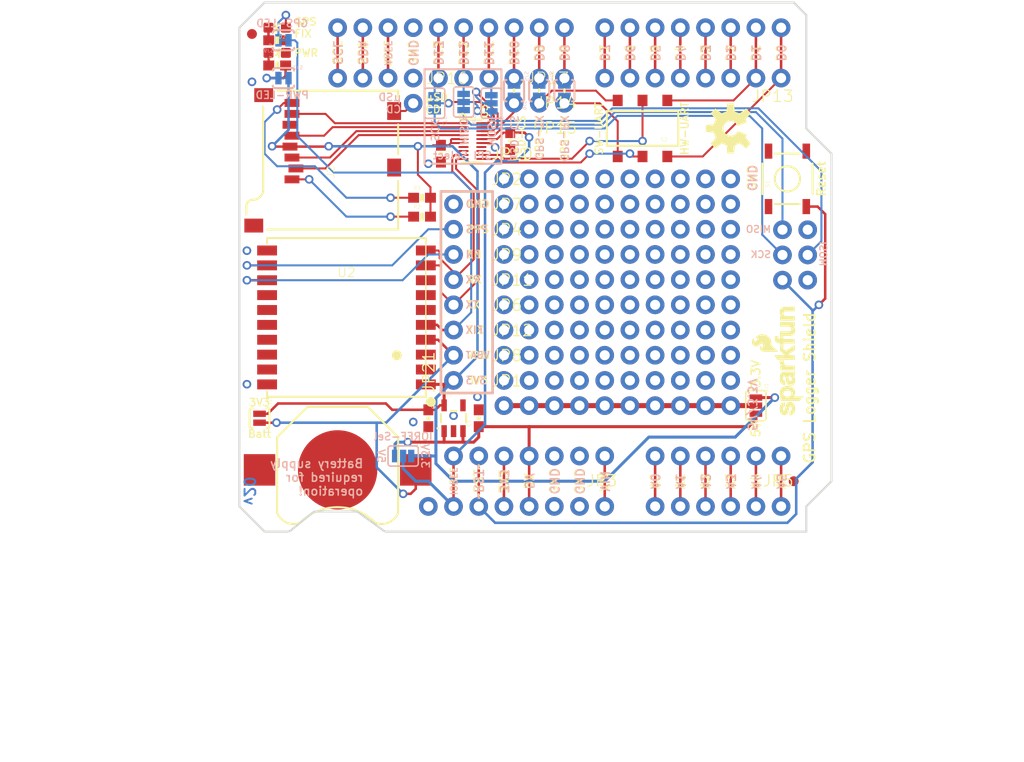
<source format=kicad_pcb>
(kicad_pcb (version 20211014) (generator pcbnew)
  (layers (0 "F.Cu" signal) (31 "B.Cu" signal) (34 "B.Paste" user) (35 "F.Paste" user) (36 "B.SilkS" user "B.Silkscreen") (37 "F.SilkS" user "F.Silkscreen") (38 "B.Mask" user) (39 "F.Mask" user) (44 "Edge.Cuts" user))
  (net 0 "")
  (net 1 "RX")
  (net 2 "TX")
  (net 3 "GND")
  (net 4 "3.3V")
  (net 5 "5V")
  (net 6 "PPS")
  (net 7 "HW_RX")
  (net 8 "HW_TX")
  (net 9 "N$1")
  (net 10 "N$121")
  (net 11 "N$122")
  (net 12 "D8_SW_RX")
  (net 13 "D9_SW_TX")
  (net 14 "D10")
  (net 15 "D11")
  (net 16 "D12")
  (net 17 "D13")
  (net 18 "IOREF")
  (net 19 "V_BATT")
  (net 20 "CD")
  (net 21 "SD_MISO")
  (net 22 "SD_SCK")
  (net 23 "SD_MOSI")
  (net 24 "~{SD_CS}")
  (net 25 "GPS_RX")
  (net 26 "GPS_TX")
  (net 27 "GPS_FIX")
  (net 28 "GPS_RST")
  (net 29 "N$5")
  (net 30 "N$6")
  (net 31 "N$7")
  (net 32 "N$8")
  (net 33 "N$9")
  (net 34 "N$10")
  (net 35 "N$20")
  (net 36 "N$21")
  (net 37 "N$22")
  (net 38 "~{RESET}")
  (net 39 "3.3VIN")
  (net 40 "N$24")
  (net 41 "N$3")
  (net 42 "N$4")
  (net 43 "N$11")
  (net 44 "N$12")
  (net 45 "N$13")
  (net 46 "N$14")
  (net 47 "ICSP_MISO")
  (net 48 "ICSP_SCK")
  (net 49 "ICSP_MOSI")
  (net 50 "HV_MOSI")
  (net 51 "HV_MISO")
  (net 52 "HV_SCK")
  (net 53 "HV_CS")
  (net 54 "N$15")
  (net 55 "N$2")
  (net 56 "N$17")
  (net 57 "N$16")
  (net 58 "N$18")
  (net 59 "N$19")
  (footprint "boardEagle:FIDUCIAL-1X2" (layer "F.Cu") (at 119.9261 81.508599 -90)
    (fp_text reference "JP19" hide)
    (fp_text value "FIDUCIAL1X2" hide)
  )
  (footprint "boardEagle:PAD-JUMPER-3-2OF3_NC_BY_PASTE_YES_SILK_FULL_BOX" (layer "F.Cu") (at 170.7261 118.973599 -90)
    (fp_text reference "SJ1")
    (fp_text value "")
  )
  (footprint "boardEagle:1X10_NO_SILK" (layer "F.Cu") (at 145.3261 111.353599)
    (fp_text reference "JP6")
    (fp_text value "")
  )
  (footprint "boardEagle:0603-RES" (layer "F.Cu") (at 137.0711 99.923599)
    (fp_text reference "R2")
    (fp_text value "100k")
  )
  (footprint "boardEagle:1X06_NO_SILK" (layer "F.Cu") (at 173.2661 124.053599 180)
    (fp_text reference "JP5")
    (fp_text value "")
  )
  (footprint "boardEagle:1X08_NO_SILK" (layer "F.Cu") (at 140.2461 116.433599 90)
    (fp_text reference "JP21")
    (fp_text value "")
  )
  (footprint "boardEagle:1X02_NO_SILK" (layer "F.Cu") (at 151.4221 88.493599 180)
    (fp_text reference "JP15")
    (fp_text value "")
  )
  (footprint "boardEagle:UFDFN-20" (layer "F.Cu") (at 142.1511 92.303599 -90)
    (fp_text reference "U3")
    (fp_text value "TXB0108")
  )
  (footprint "boardEagle:SOT23-5" (layer "F.Cu") (at 140.2461 120.243599)
    (fp_text reference "U1")
    (fp_text value "APK2112-3.3V")
  )
  (footprint "boardEagle:0603-RES" (layer "F.Cu") (at 122.4661 84.683599)
    (fp_text reference "R1")
    (fp_text value "1K")
  )
  (footprint "boardEagle:1X08_NO_SILK" (layer "F.Cu") (at 173.2661 85.953599 180)
    (fp_text reference "JP13")
    (fp_text value "")
  )
  (footprint "boardEagle:OSHW-LOGO-M" (layer "F.Cu") (at 168.1861 91.033599 90)
    (fp_text reference "LOGO1" hide)
    (fp_text value "OSHW-LOGOM" hide)
  )
  (footprint "boardEagle:GP3906-TLP" (layer "F.Cu") (at 129.4511 110.083599)
    (fp_text reference "U2")
    (fp_text value "GP3906-TLP")
  )
  (footprint "boardEagle:0603-CAP" (layer "F.Cu") (at 142.7861 120.243599 90)
    (fp_text reference "C1")
    (fp_text value "1.0uF")
  )
  (footprint "boardEagle:1X01_NO_SILK" (layer "F.Cu") (at 146.3421 88.493599)
    (fp_text reference "JP17")
    (fp_text value "")
  )
  (footprint "boardEagle:1X10_NO_SILK" (layer "F.Cu") (at 145.3261 103.733599)
    (fp_text reference "JP4")
    (fp_text value "")
  )
  (footprint "boardEagle:AYZ0202" (layer "F.Cu") (at 159.2961 91.033599 180)
    (fp_text reference "S2")
    (fp_text value "DPDT")
  )
  (footprint "boardEagle:PAD-JUMPER-2-NO_YES_SILK" (layer "F.Cu") (at 120.6881 120.243599 -90)
    (fp_text reference "SJ11")
    (fp_text value "VBAT-3.3V")
  )
  (footprint "boardEagle:1X10_NO_SILK" (layer "F.Cu") (at 145.3261 116.433599)
    (fp_text reference "JP8")
    (fp_text value "")
  )
  (footprint "boardEagle:CREATIVE_COMMONS" (layer "F.Cu") (at 114.8461 151.993599)
    (fp_text reference "FRAME1" hide)
    (fp_text value "FRAME-LETTER" hide)
  )
  (footprint "boardEagle:1X01_NO_SILK" (layer "F.Cu") (at 136.1821 88.493599)
    (fp_text reference "JP16")
    (fp_text value "")
  )
  (footprint "boardEagle:1X10_NO_SILK" (layer "F.Cu") (at 145.3261 96.113599)
    (fp_text reference "JP10")
    (fp_text value "")
  )
  (footprint "boardEagle:1X10_NO_SILK" (layer "F.Cu") (at 145.3261 113.893599)
    (fp_text reference "JP12")
    (fp_text value "")
  )
  (footprint "boardEagle:1X10_NO_SILK" (layer "F.Cu") (at 145.3261 106.273599)
    (fp_text reference "JP9")
    (fp_text value "")
  )
  (footprint "boardEagle:0603-RES" (layer "F.Cu") (at 137.0711 98.018599)
    (fp_text reference "R3")
    (fp_text value "100k")
  )
  (footprint "boardEagle:0603-RES" (layer "F.Cu") (at 122.4661 82.143599 180)
    (fp_text reference "R4")
    (fp_text value "330")
  )
  (footprint "boardEagle:TACTILE-SWITCH-SMD" (layer "F.Cu") (at 173.9011 96.113599 90)
    (fp_text reference "S1")
    (fp_text value "Reset")
  )
  (footprint "boardEagle:FIDUCIAL-1X2" (layer "F.Cu") (at 174.5361 126.593599 -90)
    (fp_text reference "JP20" hide)
    (fp_text value "FIDUCIAL1X2" hide)
  )
  (footprint "boardEagle:1X10_NO_SILK" (layer "F.Cu") (at 145.3261 98.653599)
    (fp_text reference "JP2")
    (fp_text value "")
  )
  (footprint "boardEagle:BATTCON_12MM" (layer "F.Cu") (at 128.5621 125.450599 180)
    (fp_text reference "BAT1" hide)
    (fp_text value "12mm" hide)
  )
  (footprint "boardEagle:1X10_NO_SILK" (layer "F.Cu") (at 145.3261 101.193599)
    (fp_text reference "JP7")
    (fp_text value "")
  )
  (footprint "boardEagle:1X10_NO_SILK" (layer "F.Cu") (at 151.4221 85.953599 180)
    (fp_text reference "JP14")
    (fp_text value "")
  )
  (footprint "boardEagle:SFE_LOGO_NAME_FLAME_.1" (layer "F.Cu") (at 175.5521 120.370599 90)
    (fp_text reference "LOGO2" hide)
    (fp_text value "SFE_LOGO_NAME_FLAME.1_INCH" hide)
  )
  (footprint "boardEagle:LED-0603" (layer "F.Cu") (at 122.4661 83.413599 -90)
    (fp_text reference "D1")
    (fp_text value "RED")
  )
  (footprint "boardEagle:UNO_R3_SHIELD_ICSP_NOLABELS" (layer "F.Cu") (at 118.6561 78.333599 -90)
    (fp_text reference "J1" hide)
    (fp_text value "ARDUINO_R3_SHIELD" hide)
  )
  (footprint "boardEagle:0603-CAP" (layer "F.Cu") (at 137.7061 120.243599 -90)
    (fp_text reference "C2")
    (fp_text value "1.0uF")
  )
  (footprint "boardEagle:0603-CAP" (layer "F.Cu") (at 138.9761 93.573599 -90)
    (fp_text reference "C4")
    (fp_text value "0.1uF")
  )
  (footprint "boardEagle:1X10_NO_SILK" (layer "F.Cu") (at 145.3261 108.813599)
    (fp_text reference "JP11")
    (fp_text value "")
  )
  (footprint "boardEagle:MICRO-SD-SOCKET-PP" (layer "F.Cu") (at 134.6581 87.223599 90)
    (fp_text reference "J2")
    (fp_text value "USD_CONNECTOR")
  )
  (footprint "boardEagle:1X10_NO_SILK" (layer "F.Cu") (at 145.3261 118.973599)
    (fp_text reference "JP1")
    (fp_text value "")
  )
  (footprint "boardEagle:LED-0603" (layer "F.Cu") (at 122.4661 80.873599 90)
    (fp_text reference "D2")
    (fp_text value "BLUE")
  )
  (footprint "boardEagle:1X07_NO_SILK" (layer "F.Cu") (at 155.4861 124.053599 180)
    (fp_text reference "JP3")
    (fp_text value "")
  )
  (footprint "boardEagle:0603-CAP" (layer "F.Cu") (at 145.9611 92.303599 -90)
    (fp_text reference "C3")
    (fp_text value "0.1uF")
  )
  (footprint "boardEagle:PAD-JUMPER-2-NC_BY_TRACE_YES_SILK" (layer "B.Cu") (at 146.3421 87.223599 90)
    (fp_text reference "SJ6")
    (fp_text value "CS")
  )
  (footprint "boardEagle:PAD-JUMPER-2-NC_BY_TRACE_YES_SILK" (layer "B.Cu") (at 123.1011 82.143599)
    (fp_text reference "SJ9")
    (fp_text value "GPS-LED")
  )
  (footprint "boardEagle:PAD-JUMPER-2-NC_BY_TRACE_YES_SILK" (layer "B.Cu") (at 151.4221 87.223599 -90)
    (fp_text reference "SJ4")
    (fp_text value "D_RX" hide)
  )
  (footprint "boardEagle:PAD-JUMPER-3-3OF3_NC_BY_TRACE_YES_SILK_FULL_BOX" (layer "B.Cu") (at 138.3411 88.493599 90)
    (fp_text reference "SJ7")
    (fp_text value "uSD-SCK")
  )
  (footprint "boardEagle:PAD-JUMPER-3-3OF3_NC_BY_TRACE_YES_SILK_FULL_BOX" (layer "B.Cu") (at 141.2621 88.366599 90)
    (fp_text reference "SJ8")
    (fp_text value "uSD-MISO")
  )
  (footprint "boardEagle:PAD-JUMPER-3-NO_YES_SILK" (layer "B.Cu") (at 135.1661 124.053599 180)
    (fp_text reference "SJ3")
    (fp_text value "IOREF")
  )
  (footprint "boardEagle:PAD-JUMPER-2-NC_BY_TRACE_YES_SILK" (layer "B.Cu") (at 148.8821 87.223599 -90)
    (fp_text reference "SJ5")
    (fp_text value "D_TX" hide)
  )
  (footprint "boardEagle:PAD-JUMPER-3-3OF3_NC_BY_TRACE_YES_SILK_FULL_BOX" (layer "B.Cu") (at 144.0561 88.493599 90)
    (fp_text reference "SJ10")
    (fp_text value "uSD-MOSI")
  )
  (footprint "boardEagle:PAD-JUMPER-2-NC_BY_TRACE_YES_SILK" (layer "B.Cu") (at 123.1011 85.953599 180)
    (fp_text reference "SJ2")
    (fp_text value "PWR-LED")
  )
  (gr_line (start 138.9761 97.383599) (end 144.1831 97.383599) (layer "B.SilkS") (width 0.254))
  (gr_line (start 145.0721 94.589599) (end 145.0721 85.064599) (layer "B.SilkS") (width 0.2032))
  (gr_line (start 145.0721 85.064599) (end 137.3251 85.064599) (layer "B.SilkS") (width 0.2032))
  (gr_line (start 144.1831 97.383599) (end 144.1831 117.703599) (layer "B.SilkS") (width 0.254))
  (gr_line (start 137.3251 85.064599) (end 137.3251 94.589599) (layer "B.SilkS") (width 0.2032))
  (gr_line (start 138.9761 117.703599) (end 138.9761 97.383599) (layer "B.SilkS") (width 0.254))
  (gr_line (start 144.1831 117.703599) (end 138.9761 117.703599) (layer "B.SilkS") (width 0.254))
  (gr_line (start 137.3251 94.589599) (end 145.0721 94.589599) (layer "B.SilkS") (width 0.2032))
  (gr_line (start 138.9761 117.703599) (end 144.1831 117.703599) (layer "F.SilkS") (width 0.254))
  (gr_line (start 148.8821 87.096599) (end 148.8821 87.350599) (layer "F.SilkS") (width 0.254))
  (gr_line (start 144.1831 97.383599) (end 138.9761 97.383599) (layer "F.SilkS") (width 0.254))
  (gr_line (start 144.1831 117.703599) (end 144.1831 97.383599) (layer "F.SilkS") (width 0.254))
  (gr_line (start 146.3421 87.096599) (end 146.3421 87.350599) (layer "F.SilkS") (width 0.254))
  (gr_line (start 138.9761 97.383599) (end 138.9761 117.703599) (layer "F.SilkS") (width 0.254))
  (gr_line (start 151.4221 87.096599) (end 151.4221 87.350599) (layer "F.SilkS") (width 0.254))
  (gr_line (start 178.3461 93.573599) (end 178.3461 126.593599) (layer "Edge.Cuts") (width 0.2032))
  (gr_line (start 133.075112 131.487612) (end 130.780087 129.827587) (layer "Edge.Cuts") (width 0.2032))
  (gr_line (start 130.331075 129.641599) (end 126.412125 129.641599) (layer "Edge.Cuts") (width 0.2032))
  (gr_line (start 174.5361 78.333599) (end 175.8061 79.603599) (layer "Edge.Cuts") (width 0.2032))
  (gr_line (start 121.1961 131.673599) (end 118.6561 129.133599) (layer "Edge.Cuts") (width 0.2032))
  (gr_line (start 175.8061 131.673599) (end 133.524125 131.673599) (layer "Edge.Cuts") (width 0.2032))
  (gr_arc (start 133.524125 131.673599) (mid 133.281122 131.625263) (end 133.075113 131.487613) (layer "Edge.Cuts") (width 0.2032))
  (gr_line (start 125.963112 129.827587) (end 123.922087 131.487612) (layer "Edge.Cuts") (width 0.2032))
  (gr_line (start 118.6561 129.133599) (end 118.6561 80.873599) (layer "Edge.Cuts") (width 0.2032))
  (gr_line (start 123.473075 131.673599) (end 121.1961 131.673599) (layer "Edge.Cuts") (width 0.2032))
  (gr_line (start 178.3461 126.593599) (end 175.8061 129.133599) (layer "Edge.Cuts") (width 0.2032))
  (gr_line (start 175.8061 129.133599) (end 175.8061 131.673599) (layer "Edge.Cuts") (width 0.2032))
  (gr_arc (start 123.922087 131.487612) (mid 123.716079 131.625263) (end 123.473075 131.6736) (layer "Edge.Cuts") (width 0.2032))
  (gr_arc (start 130.331074 129.641599) (mid 130.574078 129.689936) (end 130.780087 129.827587) (layer "Edge.Cuts") (width 0.2032))
  (gr_line (start 175.8061 79.603599) (end 175.8061 91.033599) (layer "Edge.Cuts") (width 0.2032))
  (gr_line (start 175.8061 91.033599) (end 178.3461 93.573599) (layer "Edge.Cuts") (width 0.2032))
  (gr_arc (start 125.963111 129.827586) (mid 126.16912 129.689935) (end 126.412125 129.641599) (layer "Edge.Cuts") (width 0.2032))
  (gr_line (start 121.1961 78.333599) (end 174.5361 78.333599) (layer "Edge.Cuts") (width 0.2032))
  (gr_line (start 118.6561 80.873599) (end 121.1961 78.333599) (layer "Edge.Cuts") (width 0.2032))
  (gr_text "v20" (at 119.0371 129.133599 -90) (layer "B.Cu") (effects (font (size 1.0795 1.0795) (thickness 0.1905)) (justify left bottom mirror)))
  (gr_text "5V" (at 133.3881 124.053599 -90) (layer "B.SilkS") (effects (font (size 0.75565 0.75565) (thickness 0.13335)) (justify top mirror)))
  (gr_text "MISO" (at 172.3136 101.193599) (layer "B.SilkS") (effects (font (size 0.69088 0.69088) (thickness 0.12192)) (justify left mirror)))
  (gr_text "SDA" (at 131.1021 83.413599 -90) (layer "B.SilkS") (effects (font (size 0.8636 0.8636) (thickness 0.1524)) (justify mirror)))
  (gr_text "A3" (at 168.1861 126.593599 -90) (layer "B.SilkS") (effects (font (size 0.8636 0.8636) (thickness 0.1524)) (justify mirror)))
  (gr_text "EN" (at 141.3891 103.733599) (layer "B.SilkS") (effects (font (size 0.75565 0.75565) (thickness 0.13335)) (justify right mirror)))
  (gr_text "µSD\nCD" (at 135.0391 88.493599) (layer "B.SilkS") (effects (font (size 0.75565 0.75565) (thickness 0.13335)) (justify left mirror)))
  (gr_text "MOSI" (at 177.0761 103.670099 -90) (layer "B.SilkS") (effects (font (size 0.69088 0.69088) (thickness 0.12192)) (justify bottom mirror)))
  (gr_text "GND" (at 152.9461 126.593599 -90) (layer "B.SilkS") (effects (font (size 0.8636 0.8636) (thickness 0.1524)) (justify mirror)))
  (gr_text "D9" (at 148.8821 83.413599 -90) (layer "B.SilkS") (effects (font (size 0.8636 0.8636) (thickness 0.1524)) (justify mirror)))
  (gr_text "PWR-LED" (at 122.9741 87.223599) (layer "B.SilkS") (effects (font (size 0.75565 0.75565) (thickness 0.13335)) (justify top mirror)))
  (gr_text "GPS-LED" (at 122.9741 80.873599) (layer "B.SilkS") (effects (font (size 0.75565 0.75565) (thickness 0.13335)) (justify bottom mirror)))
  (gr_text "D13" (at 138.7221 83.413599 -90) (layer "B.SilkS") (effects (font (size 0.8636 0.8636) (thickness 0.1524)) (justify mirror)))
  (gr_text "D5" (at 160.5661 83.413599 -90) (layer "B.SilkS") (effects (font (size 0.8636 0.8636) (thickness 0.1524)) (justify mirror)))
  (gr_text "D12" (at 141.2621 83.413599 -90) (layer "B.SilkS") (effects (font (size 0.8636 0.8636) (thickness 0.1524)) (justify mirror)))
  (gr_text "GPS-RX" (at 151.4221 89.636599 -90) (layer "B.SilkS") (effects (font (size 0.75565 0.75565) (thickness 0.13335)) (justify right mirror)))
  (gr_text "TX" (at 141.3891 108.813599) (layer "B.SilkS") (effects (font (size 0.75565 0.75565) (thickness 0.13335)) (justify right mirror)))
  (gr_text "A2" (at 165.6461 126.593599 -90) (layer "B.SilkS") (effects (font (size 0.8636 0.8636) (thickness 0.1524)) (justify mirror)))
  (gr_text "IOREF" (at 140.2461 126.593599 -90) (layer "B.SilkS") (effects (font (size 0.6477 0.6477) (thickness 0.1143)) (justify mirror)))
  (gr_text "D11" (at 143.8021 83.413599 -90) (layer "B.SilkS") (effects (font (size 0.8636 0.8636) (thickness 0.1524)) (justify mirror)))
  (gr_text "D8" (at 151.4221 83.413599 -90) (layer "B.SilkS") (effects (font (size 0.8636 0.8636) (thickness 0.1524)) (justify mirror)))
  (gr_text "SPI Select" (at 141.1351 93.319599) (layer "B.SilkS") (effects (font (size 0.75565 0.75565) (thickness 0.13335)) (justify top mirror)))
  (gr_text "D4" (at 163.1061 83.413599 -90) (layer "B.SilkS") (effects (font (size 0.8636 0.8636) (thickness 0.1524)) (justify mirror)))
  (gr_text "D6" (at 158.0261 83.413599 -90) (layer "B.SilkS") (effects (font (size 0.8636 0.8636) (thickness 0.1524)) (justify mirror)))
  (gr_text "SCK" (at 172.3136 103.733599) (layer "B.SilkS") (effects (font (size 0.69088 0.69088) (thickness 0.12192)) (justify left mirror)))
  (gr_text "D1" (at 170.7261 83.413599 -90) (layer "B.SilkS") (effects (font (size 0.8636 0.8636) (thickness 0.1524)) (justify mirror)))
  (gr_text "VIN" (at 155.4861 126.593599 -90) (layer "B.SilkS") (effects (font (size 0.8636 0.8636) (thickness 0.1524)) (justify mirror)))
  (gr_text "SCL" (at 128.5621 83.413599 -90) (layer "B.SilkS") (effects (font (size 0.8636 0.8636) (thickness 0.1524)) (justify mirror)))
  (gr_text "D10" (at 146.3421 83.413599 -90) (layer "B.SilkS") (effects (font (size 0.8636 0.8636) (thickness 0.1524)) (justify mirror)))
  (gr_text "A4" (at 170.7261 126.593599 -90) (layer "B.SilkS") (effects (font (size 0.8636 0.8636) (thickness 0.1524)) (justify mirror)))
  (gr_text "AREF" (at 133.6421 83.413599 -90) (layer "B.SilkS") (effects (font (size 0.69088 0.69088) (thickness 0.12192)) (justify mirror)))
  (gr_text "A1" (at 163.1061 126.593599 -90) (layer "B.SilkS") (effects (font (size 0.8636 0.8636) (thickness 0.1524)) (justify mirror)))
  (gr_text "RX" (at 141.3891 106.273599) (layer "B.SilkS") (effects (font (size 0.75565 0.75565) (thickness 0.13335)) (justify right mirror)))
  (gr_text "PPS" (at 141.3891 101.193599) (layer "B.SilkS") (effects (font (size 0.75565 0.75565) (thickness 0.13335)) (justify right mirror)))
  (gr_text "D2" (at 168.1861 83.413599 -90) (layer "B.SilkS") (effects (font (size 0.8636 0.8636) (thickness 0.1524)) (justify mirror)))
  (gr_text "GND" (at 141.3891 98.653599) (layer "B.SilkS") (effects (font (size 0.75565 0.75565) (thickness 0.13335)) (justify right mirror)))
  (gr_text "A0" (at 160.5661 126.593599 -90) (layer "B.SilkS") (effects (font (size 0.8636 0.8636) (thickness 0.1524)) (justify mirror)))
  (gr_text "5V/3.3V" (at 169.8371 118.884699 -90) (layer "B.SilkS") (effects (font (size 0.8636 0.8636) (thickness 0.1524)) (justify bottom mirror)))
  (gr_text "D0" (at 173.2661 83.413599 -90) (layer "B.SilkS") (effects (font (size 0.8636 0.8636) (thickness 0.1524)) (justify mirror)))
  (gr_text "A5" (at 173.2661 126.593599 -90) (layer "B.SilkS") (effects (font (size 0.8636 0.8636) (thickness 0.1524)) (justify mirror)))
  (gr_text "MOSI" (at 144.0561 90.017599 -90) (layer "B.SilkS") (effects (font (size 0.75565 0.75565) (thickness 0.13335)) (justify right mirror)))
  (gr_text "~RST~" (at 142.7861 126.593599 -90) (layer "B.SilkS") (effects (font (size 0.8636 0.8636) (thickness 0.1524)) (justify mirror)))
  (gr_text "D3" (at 165.6461 83.413599 -90) (layer "B.SilkS") (effects (font (size 0.8636 0.8636) (thickness 0.1524)) (justify mirror)))
  (gr_text "VBAT" (at 141.3891 113.893599) (layer "B.SilkS") (effects (font (size 0.69088 0.69088) (thickness 0.12192)) (justify right mirror)))
  (gr_text "Battery supply\nrequired for\noperation!" (at 131.2291 124.307599) (layer "B.SilkS") (effects (font (size 0.8636 0.8636) (thickness 0.1524)) (justify left top mirror)))
  (gr_text "SCK" (at 138.3411 90.017599 -90) (layer "B.SilkS") (effects (font (size 0.75565 0.75565) (thickness 0.13335)) (justify right mirror)))
  (gr_text "FIX" (at 141.3891 111.353599) (layer "B.SilkS") (effects (font (size 0.75565 0.75565) (thickness 0.13335)) (justify right mirror)))
  (gr_text "MISO" (at 141.2621 89.890599 -90) (layer "B.SilkS") (effects (font (size 0.75565 0.75565) (thickness 0.13335)) (justify right mirror)))
  (gr_text "GND" (at 169.8371 96.024699 -90) (layer "B.SilkS") (effects (font (size 0.8636 0.8636) (thickness 0.1524)) (justify bottom mirror)))
  (gr_text "D7" (at 155.4861 83.413599 -90) (layer "B.SilkS") (effects (font (size 0.8636 0.8636) (thickness 0.1524)) (justify mirror)))
  (gr_text "GND" (at 136.1821 83.413599 -90) (layer "B.SilkS") (effects (font (size 0.8636 0.8636) (thickness 0.1524)) (justify mirror)))
  (gr_text "3V3" (at 145.3261 126.593599 -90) (layer "B.SilkS") (effects (font (size 0.8636 0.8636) (thickness 0.1524)) (justify mirror)))
  (gr_text "µSD-CS" (at 146.3421 89.636599 -90) (layer "B.SilkS") (effects (font (size 0.75565 0.75565) (thickness 0.13335)) (justify right mirror)))
  (gr_text "3.3V" (at 136.9441 124.053599 -90) (layer "B.SilkS") (effects (font (size 0.75565 0.75565) (thickness 0.13335)) (justify bottom mirror)))
  (gr_text "IOREF-Sel" (at 135.1661 122.529599) (layer "B.SilkS") (effects (font (size 0.75565 0.75565) (thickness 0.13335)) (justify bottom mirror)))
  (gr_text "5V" (at 147.8661 126.593599 -90) (layer "B.SilkS") (effects (font (size 0.8636 0.8636) (thickness 0.1524)) (justify mirror)))
  (gr_text "GPS-TX" (at 148.8821 89.636599 -90) (layer "B.SilkS") (effects (font (size 0.75565 0.75565) (thickness 0.13335)) (justify right mirror)))
  (gr_text "3V3" (at 141.3891 116.433599) (layer "B.SilkS") (effects (font (size 0.75565 0.75565) (thickness 0.13335)) (justify right mirror)))
  (gr_text "GND" (at 150.4061 126.593599 -90) (layer "B.SilkS") (effects (font (size 0.8636 0.8636) (thickness 0.1524)) (justify mirror)))
  (gr_text "GND" (at 141.5161 98.653599) (layer "F.SilkS") (effects (font (size 0.75565 0.75565) (thickness 0.13335)) (justify left)))
  (gr_text "PPS" (at 141.5161 101.193599) (layer "F.SilkS") (effects (font (size 0.75565 0.75565) (thickness 0.13335)) (justify left)))
  (gr_text "HW-UART" (at 163.1061 91.033599 90) (layer "F.SilkS") (effects (font (size 0.75565 0.75565) (thickness 0.13335)) (justify top)))
  (gr_text "SCL" (at 128.5621 83.413599 90) (layer "F.SilkS") (effects (font (size 0.8636 0.8636) (thickness 0.1524))))
  (gr_text "VBAT" (at 141.5161 113.893599) (layer "F.SilkS") (effects (font (size 0.69088 0.69088) (thickness 0.12192)) (justify left)))
  (gr_text "µSD-CS" (at 147.1041 89.636599 90) (layer "F.SilkS") (effects (font (size 0.75565 0.75565) (thickness 0.13335)) (justify right)))
  (gr_text "D0" (at 173.2661 83.413599 90) (layer "F.SilkS") (effects (font (size 0.8636 0.8636) (thickness 0.1524))))
  (gr_text "A3" (at 168.1861 126.593599 90) (layer "F.SilkS") (effects (font (size 0.8636 0.8636) (thickness 0.1524))))
  (gr_text "3V3" (at 120.6881 119.100599) (layer "F.SilkS") (effects (font (size 0.75565 0.75565) (thickness 0.13335)) (justify bottom)))
  (gr_text "D4" (at 163.1061 83.413599 90) (layer "F.SilkS") (effects (font (size 0.8636 0.8636) (thickness 0.1524))))
  (gr_text "AREF" (at 133.6421 83.413599 90) (layer "F.SilkS") (effects (font (size 0.69088 0.69088) (thickness 0.12192))))
  (gr_text "D7" (at 155.4861 83.413599 90) (layer "F.SilkS") (effects (font (size 0.8636 0.8636) (thickness 0.1524))))
  (gr_text "FIX" (at 141.5161 111.353599) (layer "F.SilkS") (effects (font (size 0.75565 0.75565) (thickness 0.13335)) (justify left)))
  (gr_text "3V3" (at 141.5161 116.433599) (layer "F.SilkS") (effects (font (size 0.75565 0.75565) (thickness 0.13335)) (justify left)))
  (gr_text "GND" (at 152.9461 126.593599 90) (layer "F.SilkS") (effects (font (size 0.8636 0.8636) (thickness 0.1524))))
  (gr_text "GND" (at 136.1821 83.413599 90) (layer "F.SilkS") (effects (font (size 0.8636 0.8636) (thickness 0.1524))))
  (gr_text "A0" (at 160.5661 126.593599 90) (layer "F.SilkS") (effects (font (size 0.8636 0.8636) (thickness 0.1524))))
  (gr_text "Batt" (at 120.6881 121.386599) (layer "F.SilkS") (effects (font (size 0.75565 0.75565) (thickness 0.13335)) (justify top)))
  (gr_text "D9" (at 148.8821 83.413599 90) (layer "F.SilkS") (effects (font (size 0.8636 0.8636) (thickness 0.1524))))
  (gr_text "D5" (at 160.5661 83.413599 90) (layer "F.SilkS") (effects (font (size 0.8636 0.8636) (thickness 0.1524))))
  (gr_text "D11" (at 143.8021 83.413599 90) (layer "F.SilkS") (effects (font (size 0.8636 0.8636) (thickness 0.1524))))
  (gr_text "GPS-RX" (at 151.4221 89.636599 90) (layer "F.SilkS") (effects (font (size 0.75565 0.75565) (thickness 0.13335)) (justify right)))
  (gr_text "5V" (at 170.7261 120.497599 90) (layer "F.SilkS") (effects (font (size 0.8636 0.8636) (thickness 0.1524)) (justify right)))
  (gr_text "3V3" (at 145.3261 126.593599 90) (layer "F.SilkS") (effects (font (size 0.8636 0.8636) (thickness 0.1524))))
  (gr_text "5V" (at 147.8661 126.593599 90) (layer "F.SilkS") (effects (font (size 0.8636 0.8636) (thickness 0.1524))))
  (gr_text "~RST~" (at 142.7861 126.593599 90) (layer "F.SilkS") (effects (font (size 0.8636 0.8636) (thickness 0.1524))))
  (gr_text "A4" (at 170.7261 126.593599 90) (layer "F.SilkS") (effects (font (size 0.8636 0.8636) (thickness 0.1524))))
  (gr_text "VIN" (at 155.4861 126.593599 90) (layer "F.SilkS") (effects (font (size 0.8636 0.8636) (thickness 0.1524))))
  (gr_text "D8" (at 151.4221 83.413599 90) (layer "F.SilkS") (effects (font (size 0.8636 0.8636) (thickness 0.1524))))
  (gr_text "Reset" (at 176.8221 96.113599 90) (layer "F.SilkS") (effects (font (size 0.8636 0.8636) (thickness 0.1524)) (justify top)))
  (gr_text "D6" (at 158.0261 83.413599 90) (layer "F.SilkS") (effects (font (size 0.8636 0.8636) (thickness 0.1524))))
  (gr_text "µSD\nCD" (at 137.3251 88.493599) (layer "F.SilkS") (effects (font (size 0.75565 0.75565) (thickness 0.13335)) (justify left)))
  (gr_text "SDA" (at 131.1021 83.413599 90) (layer "F.SilkS") (effects (font (size 0.8636 0.8636) (thickness 0.1524))))
  (gr_text "RX" (at 141.5161 106.273599) (layer "F.SilkS") (effects (font (size 0.75565 0.75565) (thickness 0.13335)) (justify left)))
  (gr_text "D13" (at 138.7221 83.413599 90) (layer "F.SilkS") (effects (font (size 0.8636 0.8636) (thickness 0.1524))))
  (gr_text "GPS Logger Shield" (at 175.5013 117.195599 90) (layer "F.SilkS") (effects (font (size 1.0795 1.0795) (thickness 0.1905)) (justify top)))
  (gr_text "EN" (at 141.5161 103.733599) (layer "F.SilkS") (effects (font (size 0.75565 0.75565) (thickness 0.13335)) (justify left)))
  (gr_text "D2" (at 168.1861 83.413599 90) (layer "F.SilkS") (effects (font (size 0.8636 0.8636) (thickness 0.1524))))
  (gr_text "GND" (at 169.8371 96.011999 90) (layer "F.SilkS") (effects (font (size 0.8636 0.8636) (thickness 0.1524)) (justify top)))
  (gr_text "GPS\nFIX" (at 124.1171 80.873599) (layer "F.SilkS") (effects (font (size 0.75565 0.75565) (thickness 0.13335)) (justify left)))
  (gr_text "PWR" (at 124.1171 83.413599) (layer "F.SilkS") (effects (font (size 0.75565 0.75565) (thickness 0.13335)) (justify left)))
  (gr_text "GND" (at 150.4061 126.593599 90) (layer "F.SilkS") (effects (font (size 0.8636 0.8636) (thickness 0.1524))))
  (gr_text "A1" (at 163.1061 126.593599 90) (layer "F.SilkS") (effects (font (size 0.8636 0.8636) (thickness 0.1524))))
  (gr_text "D12" (at 141.2621 83.413599 90) (layer "F.SilkS") (effects (font (size 0.8636 0.8636) (thickness 0.1524))))
  (gr_text "D1" (at 170.7261 83.413599 90) (layer "F.SilkS") (effects (font (size 0.8636 0.8636) (thickness 0.1524))))
  (gr_text "A2" (at 165.6461 126.593599 90) (layer "F.SilkS") (effects (font (size 0.8636 0.8636) (thickness 0.1524))))
  (gr_text "D3" (at 165.6461 83.413599 90) (layer "F.SilkS") (effects (font (size 0.8636 0.8636) (thickness 0.1524))))
  (gr_text "SW-UART" (at 155.3591 91.033599 90) (layer "F.SilkS") (effects (font (size 0.75565 0.75565) (thickness 0.13335)) (justify bottom)))
  (gr_text "TX" (at 141.5161 108.813599) (layer "F.SilkS") (effects (font (size 0.75565 0.75565) (thickness 0.13335)) (justify left)))
  (gr_text "D10" (at 146.3421 83.413599 90) (layer "F.SilkS") (effects (font (size 0.8636 0.8636) (thickness 0.1524))))
  (gr_text "GPS-TX" (at 148.8821 89.636599 90) (layer "F.SilkS") (effects (font (size 0.75565 0.75565) (thickness 0.13335)) (justify right)))
  (gr_text "3.3V" (at 170.7261 117.271799 90) (layer "F.SilkS") (effects (font (size 0.8636 0.8636) (thickness 0.1524)) (justify left)))
  (gr_text "A5" (at 173.2661 126.593599 90) (layer "F.SilkS") (effects (font (size 0.8636 0.8636) (thickness 0.1524))))
  (gr_text "IOREF" (at 140.2461 126.593599 90) (layer "F.SilkS") (effects (font (size 0.6477 0.6477) (thickness 0.1143))))
  (segment (start 144.9481 93.703599) (end 145.3261 94.081599) (width 0.2032) (layer "F.Cu") (net 1))
  (segment (start 152.1841 94.081599) (end 153.9621 92.303599) (width 0.2032) (layer "F.Cu") (net 1))
  (segment (start 145.3261 94.081599) (end 152.1841 94.081599) (width 0.2032) (layer "F.Cu") (net 1))
  (segment (start 143.0511 93.703599) (end 144.9481 93.703599) (width 0.2032) (layer "F.Cu") (net 1))
  (segment (start 159.2961 88.208599) (end 159.2961 92.303599) (width 0.2032) (layer "F.Cu") (net 1))
  (via (at 153.9621 92.303599) (size 0.8636) (drill 0.508) (layers "F.Cu" "B.Cu") (net 1))
  (via (at 159.2961 92.303599) (size 0.8636) (drill 0.508) (layers "F.Cu" "B.Cu") (net 1))
  (segment (start 159.2961 92.303599) (end 153.9621 92.303599) (width 0.2032) (layer "B.Cu") (net 1))
  (segment (start 145.0721 94.462599) (end 153.0731 94.462599) (width 0.2032) (layer "F.Cu") (net 2))
  (segment (start 158.3111 93.858599) (end 158.0261 93.573599) (width 0.2032) (layer "F.Cu") (net 2))
  (segment (start 144.7131 94.103599) (end 145.0721 94.462599) (width 0.2032) (layer "F.Cu") (net 2))
  (segment (start 143.0511 94.103599) (end 144.7131 94.103599) (width 0.2032) (layer "F.Cu") (net 2))
  (segment (start 159.2961 93.858599) (end 158.3111 93.858599) (width 0.2032) (layer "F.Cu") (net 2))
  (segment (start 153.0731 94.462599) (end 153.9621 93.573599) (width 0.2032) (layer "F.Cu") (net 2))
  (via (at 153.9621 93.573599) (size 0.8636) (drill 0.508) (layers "F.Cu" "B.Cu") (net 2))
  (via (at 158.0261 93.573599) (size 0.8636) (drill 0.508) (layers "F.Cu" "B.Cu") (net 2))
  (segment (start 158.0261 93.573599) (end 153.9621 93.573599) (width 0.2032) (layer "B.Cu") (net 2))
  (segment (start 143.0511 92.503599) (end 144.0021 92.503599) (width 0.2032) (layer "F.Cu") (net 3))
  (segment (start 144.0021 92.503599) (end 144.4371 92.938599) (width 0.2032) (layer "F.Cu") (net 3))
  (via (at 119.9261 86.334599) (size 0.8636) (drill 0.508) (layers "F.Cu" "B.Cu") (net 3))
  (via (at 142.6591 118.084599) (size 0.8636) (drill 0.508) (layers "F.Cu" "B.Cu") (net 3))
  (via (at 119.4181 116.814599) (size 0.8636) (drill 0.508) (layers "F.Cu" "B.Cu") (net 3))
  (via (at 144.4371 92.938599) (size 0.8636) (drill 0.508) (layers "F.Cu" "B.Cu") (net 3))
  (via (at 119.4181 103.352599) (size 0.8636) (drill 0.508) (layers "F.Cu" "B.Cu") (net 3))
  (via (at 136.1821 120.624599) (size 0.8636) (drill 0.508) (layers "F.Cu" "B.Cu") (net 3))
  (via (at 137.7061 94.589599) (size 0.8636) (drill 0.508) (layers "F.Cu" "B.Cu") (net 3))
  (via (at 140.2461 119.989599) (size 0.8636) (drill 0.508) (layers "F.Cu" "B.Cu") (net 3))
  (segment (start 121.5191 119.793599) (end 122.5541 118.758599) (width 0.254) (layer "F.Cu") (net 4))
  (segment (start 136.6511 92.827024) (end 138.0871 92.827024) (width 0.2032) (layer "F.Cu") (net 4))
  (segment (start 139.2961 116.833599) (end 139.6961 116.433599) (width 0.3048) (layer "F.Cu") (net 4))
  (segment (start 134.0621 119.393599) (end 133.4271 118.758599) (width 0.254) (layer "F.Cu") (net 4))
  (segment (start 123.7581 92.863599) (end 121.994675 92.863599) (width 0.254) (layer "F.Cu") (net 4))
  (segment (start 121.994675 92.863599) (end 121.9581 92.827024) (width 0.254) (layer "F.Cu") (net 4))
  (segment (start 137.7061 119.393599) (end 134.0621 119.393599) (width 0.254) (layer "F.Cu") (net 4))
  (segment (start 140.0651 92.103599) (end 139.9921 92.176599) (width 0.2032) (layer "F.Cu") (net 4))
  (segment (start 137.4511 116.833599) (end 139.2961 116.833599) (width 0.3048) (layer "F.Cu") (net 4))
  (segment (start 141.2511 92.503599) (end 139.9921 92.503599) (width 0.2032) (layer "F.Cu") (net 4))
  (segment (start 137.7061 119.393599) (end 137.5411 119.228599) (width 0.254) (layer "F.Cu") (net 4))
  (segment (start 123.7581 92.863599) (end 127.6211 92.863599) (width 0.254) (layer "F.Cu") (net 4))
  (segment (start 138.190525 92.723599) (end 138.0871 92.827024) (width 0.2032) (layer "F.Cu") (net 4))
  (segment (start 141.2511 92.103599) (end 140.0651 92.103599) (width 0.2032) (layer "F.Cu") (net 4))
  (segment (start 138.8792 118.943499) (end 138.4291 119.393599) (width 0.254) (layer "F.Cu") (net 4))
  (segment (start 139.6961 116.433599) (end 140.2461 116.433599) (width 0.3048) (layer "F.Cu") (net 4))
  (segment (start 120.6881 119.793599) (end 121.5191 119.793599) (width 0.254) (layer "F.Cu") (net 4))
  (segment (start 139.7721 92.723599) (end 138.9761 92.723599) (width 0.2032) (layer "F.Cu") (net 4))
  (segment (start 127.6211 92.863599) (end 127.657675 92.827024) (width 0.254) (layer "F.Cu") (net 4))
  (segment (start 137.9211 98.018599) (end 137.9211 96.963599) (width 0.2032) (layer "F.Cu") (net 4))
  (segment (start 136.6511 95.693599) (end 137.9211 96.963599) (width 0.2032) (layer "F.Cu") (net 4))
  (segment (start 137.9211 99.923599) (end 137.9211 98.018599) (width 0.2032) (layer "F.Cu") (net 4))
  (segment (start 138.9761 92.723599) (end 138.190525 92.723599) (width 0.2032) (layer "F.Cu") (net 4))
  (segment (start 136.6511 92.827024) (end 136.6511 95.693599) (width 0.2032) (layer "F.Cu") (net 4))
  (segment (start 138.4291 119.393599) (end 137.7061 119.393599) (width 0.254) (layer "F.Cu") (net 4))
  (segment (start 122.5541 118.758599) (end 133.4271 118.758599) (width 0.254) (layer "F.Cu") (net 4))
  (segment (start 139.9921 92.503599) (end 139.7721 92.723599) (width 0.2032) (layer "F.Cu") (net 4))
  (segment (start 139.2961 116.833599) (end 139.2961 118.943499) (width 0.3048) (layer "F.Cu") (net 4))
  (segment (start 139.9921 92.176599) (end 139.9921 92.503599) (width 0.2032) (layer "F.Cu") (net 4))
  (segment (start 170.7261 118.160799) (end 172.6311 118.160799) (width 0.3048) (layer "F.Cu") (net 4))
  (segment (start 139.2961 118.943499) (end 138.8792 118.943499) (width 0.254) (layer "F.Cu") (net 4))
  (via (at 127.657675 92.827024) (size 0.8636) (drill 0.508) (layers "F.Cu" "B.Cu") (net 4))
  (via (at 136.6511 92.827024) (size 0.8636) (drill 0.508) (layers "F.Cu" "B.Cu") (net 4))
  (via (at 121.9581 92.827024) (size 0.8636) (drill 0.508) (layers "F.Cu" "B.Cu") (net 4))
  (via (at 172.6311 118.160799) (size 0.8636) (drill 0.508) (layers "F.Cu" "B.Cu") (net 4))
  (segment (start 140.134525 92.827024) (end 142.6591 95.351599) (width 0.254) (layer "B.Cu") (net 4))
  (segment (start 142.6591 95.351599) (end 142.6591 114.020599) (width 0.254) (layer "B.Cu") (net 4))
  (segment (start 140.2461 126.593599) (end 138.4681 124.815599) (width 0.3048) (layer "B.Cu") (net 4))
  (segment (start 135.9789 124.053599) (end 138.4681 124.053599) (width 0.3048) (layer "B.Cu") (net 4))
  (segment (start 138.4681 124.815599) (end 138.4681 124.053599) (width 0.3048) (layer "B.Cu") (net 4))
  (segment (start 172.6311 118.160799) (end 168.6433 122.148599) (width 0.3048) (layer "B.Cu") (net 4))
  (segment (start 123.6091 91.176024) (end 123.6091 85.953599) (width 0.254) (layer "B.Cu") (net 4))
  (segment (start 138.4681 124.053599) (end 138.4681 118.211599) (width 0.3048) (layer "B.Cu") (net 4))
  (segment (start 155.4861 126.593599) (end 140.2461 126.593599) (width 0.3048) (layer "B.Cu") (net 4))
  (segment (start 159.9311 122.148599) (end 155.4861 126.593599) (width 0.3048) (layer "B.Cu") (net 4))
  (segment (start 123.6091 91.176024) (end 121.9581 92.827024) (width 0.254) (layer "B.Cu") (net 4))
  (segment (start 136.6511 92.827024) (end 140.134525 92.827024) (width 0.254) (layer "B.Cu") (net 4))
  (segment (start 127.657675 92.827024) (end 136.6511 92.827024) (width 0.254) (layer "B.Cu") (net 4))
  (segment (start 140.2461 116.433599) (end 142.6591 114.020599) (width 0.254) (layer "B.Cu") (net 4))
  (segment (start 138.4681 118.211599) (end 140.2461 116.433599) (width 0.3048) (layer "B.Cu") (net 4))
  (segment (start 168.6433 122.148599) (end 159.9311 122.148599) (width 0.3048) (layer "B.Cu") (net 4))
  (segment (start 141.1961 122.656599) (end 142.2781 122.656599) (width 0.3048) (layer "F.Cu") (net 5))
  (segment (start 170.7261 119.786399) (end 170.7261 120.370599) (width 0.3048) (layer "F.Cu") (net 5))
  (segment (start 139.2961 121.543699) (end 139.2961 122.656599) (width 0.3048) (layer "F.Cu") (net 5))
  (segment (start 139.2961 122.656599) (end 135.6233 122.656599) (width 0.3048) (layer "F.Cu") (net 5))
  (segment (start 142.2781 122.656599) (end 142.7861 122.148599) (width 0.3048) (layer "F.Cu") (net 5))
  (segment (start 147.8661 129.133599) (end 147.8661 124.053599) (width 0.254) (layer "F.Cu") (net 5))
  (segment (start 147.8661 121.093599) (end 170.0031 121.093599) (width 0.3048) (layer "F.Cu") (net 5))
  (segment (start 142.7861 122.148599) (end 142.7861 121.093599) (width 0.3048) (layer "F.Cu") (net 5))
  (segment (start 141.1961 121.543699) (end 141.1961 122.656599) (width 0.3048) (layer "F.Cu") (net 5))
  (segment (start 170.7261 120.370599) (end 170.0031 121.093599) (width 0.3048) (layer "F.Cu") (net 5))
  (segment (start 142.7861 121.093599) (end 147.8661 121.093599) (width 0.3048) (layer "F.Cu") (net 5))
  (segment (start 147.8661 124.053599) (end 147.8661 121.093599) (width 0.3048) (layer "F.Cu") (net 5))
  (segment (start 141.1961 122.656599) (end 139.2961 122.656599) (width 0.3048) (layer "F.Cu") (net 5))
  (via (at 135.6233 122.656599) (size 0.8636) (drill 0.508) (layers "F.Cu" "B.Cu") (net 5))
  (segment (start 134.3533 122.834399) (end 134.5311 122.656599) (width 0.3048) (layer "B.Cu") (net 5))
  (segment (start 134.3533 124.053599) (end 134.3533 122.834399) (width 0.3048) (layer "B.Cu") (net 5))
  (segment (start 134.5311 122.656599) (end 135.6233 122.656599) (width 0.3048) (layer "B.Cu") (net 5))
  (segment (start 121.4511 104.833599) (end 119.4181 104.833599) (width 0.2032) (layer "F.Cu") (net 6))
  (via (at 119.4181 104.833599) (size 0.8636) (drill 0.508) (layers "F.Cu" "B.Cu") (net 6))
  (segment (start 134.0661 104.833599) (end 137.7061 101.193599) (width 0.2032) (layer "B.Cu") (net 6))
  (segment (start 119.4181 104.833599) (end 134.0661 104.833599) (width 0.2032) (layer "B.Cu") (net 6))
  (segment (start 137.7061 101.193599) (end 140.2461 101.193599) (width 0.2032) (layer "B.Cu") (net 6))
  (segment (start 165.3611 93.858599) (end 173.2661 85.953599) (width 0.2032) (layer "F.Cu") (net 7))
  (segment (start 161.7961 93.858599) (end 165.3611 93.858599) (width 0.2032) (layer "F.Cu") (net 7))
  (segment (start 173.2661 85.953599) (end 173.2661 80.873599) (width 0.254) (layer "F.Cu") (net 7))
  (segment (start 168.4711 88.208599) (end 170.7261 85.953599) (width 0.2032) (layer "F.Cu") (net 8))
  (segment (start 170.7261 85.953599) (end 170.7261 80.873599) (width 0.254) (layer "F.Cu") (net 8))
  (segment (start 161.7961 88.208599) (end 168.4711 88.208599) (width 0.2032) (layer "F.Cu") (net 8))
  (segment (start 121.5891 83.413599) (end 121.6161 83.413599) (width 0.254) (layer "F.Cu") (net 9))
  (segment (start 121.6161 83.413599) (end 121.6161 84.683599) (width 0.254) (layer "F.Cu") (net 9))
  (segment (start 156.7961 88.208599) (end 155.5821 88.208599) (width 0.2032) (layer "F.Cu") (net 10))
  (segment (start 150.1521 87.223599) (end 154.5971 87.223599) (width 0.2032) (layer "F.Cu") (net 10))
  (segment (start 154.5971 87.223599) (end 155.5821 88.208599) (width 0.2032) (layer "F.Cu") (net 10))
  (segment (start 150.1521 87.223599) (end 148.8821 88.493599) (width 0.2032) (layer "F.Cu") (net 10))
  (segment (start 148.8821 87.731599) (end 148.8821 88.493599) (width 0.2032) (layer "B.Cu") (net 10))
  (segment (start 154.9781 88.493599) (end 151.4221 88.493599) (width 0.2032) (layer "F.Cu") (net 11))
  (segment (start 154.9781 88.493599) (end 156.7961 90.311599) (width 0.2032) (layer "F.Cu") (net 11))
  (segment (start 156.7961 90.311599) (end 156.7961 93.858599) (width 0.2032) (layer "F.Cu") (net 11))
  (segment (start 151.4221 87.731599) (end 151.4221 88.493599) (width 0.2032) (layer "B.Cu") (net 11))
  (segment (start 151.4221 85.953599) (end 151.4221 80.873599) (width 0.254) (layer "F.Cu") (net 12))
  (segment (start 151.4221 86.715599) (end 151.4221 85.953599) (width 0.2032) (layer "B.Cu") (net 12))
  (segment (start 148.8821 85.953599) (end 148.8821 80.873599) (width 0.254) (layer "F.Cu") (net 13))
  (segment (start 148.8821 86.715599) (end 148.8821 85.953599) (width 0.2032) (layer "B.Cu") (net 13))
  (segment (start 146.3421 85.953599) (end 146.3421 80.873599) (width 0.254) (layer "F.Cu") (net 14))
  (segment (start 146.3421 86.715599) (end 146.3421 85.953599) (width 0.2032) (layer "B.Cu") (net 14))
  (segment (start 143.8021 85.953599) (end 143.8021 80.873599) (width 0.254) (layer "F.Cu") (net 15))
  (segment (start 144.0561 87.680799) (end 144.0561 86.207599) (width 0.2032) (layer "B.Cu") (net 15))
  (segment (start 144.0561 86.207599) (end 143.8021 85.953599) (width 0.2032) (layer "B.Cu") (net 15))
  (segment (start 141.2621 85.953599) (end 141.2621 80.873599) (width 0.254) (layer "F.Cu") (net 16))
  (segment (start 141.2621 87.553799) (end 141.2621 85.953599) (width 0.2032) (layer "B.Cu") (net 16))
  (segment (start 138.7221 85.953599) (end 138.7221 80.873599) (width 0.254) (layer "F.Cu") (net 17))
  (segment (start 138.3411 86.334599) (end 138.7221 85.953599) (width 0.2032) (layer "B.Cu") (net 17))
  (segment (start 138.3411 87.680799) (end 138.3411 86.334599) (width 0.2032) (layer "B.Cu") (net 17))
  (segment (start 145.9611 91.453599) (end 147.3971 91.453599) (width 0.254) (layer "F.Cu") (net 18))
  (segment (start 145.2871 91.453599) (end 145.9611 91.453599) (width 0.2032) (layer "F.Cu") (net 18))
  (segment (start 140.2461 129.133599) (end 140.2461 124.053599) (width 0.254) (layer "F.Cu") (net 18))
  (segment (start 145.2871 91.453599) (end 144.6371 92.103599) (width 0.2032) (layer "F.Cu") (net 18))
  (segment (start 143.0511 92.103599) (end 144.6371 92.103599) (width 0.2032) (layer "F.Cu") (net 18))
  (segment (start 147.3971 91.453599) (end 147.8661 91.922599) (width 0.254) (layer "F.Cu") (net 18))
  (via (at 147.8661 91.922599) (size 0.8636) (drill 0.508) (layers "F.Cu" "B.Cu") (net 18))
  (segment (start 146.5961 94.335599) (end 144.5641 94.335599) (width 0.254) (layer "B.Cu") (net 18))
  (segment (start 136.4361 126.593599) (end 137.7061 126.593599) (width 0.3048) (layer "B.Cu") (net 18))
  (segment (start 135.1661 124.053599) (end 135.1661 125.323599) (width 0.3048) (layer "B.Cu") (net 18))
  (segment (start 144.5641 94.335599) (end 143.4211 95.478599) (width 0.254) (layer "B.Cu") (net 18))
  (segment (start 137.7061 126.593599) (end 140.2461 129.133599) (width 0.3048) (layer "B.Cu") (net 18))
  (segment (start 147.8661 93.065599) (end 146.5961 94.335599) (width 0.254) (layer "B.Cu") (net 18))
  (segment (start 140.2461 124.053599) (end 143.4211 120.878599) (width 0.254) (layer "B.Cu") (net 18))
  (segment (start 143.4211 95.478599) (end 143.4211 120.878599) (width 0.254) (layer "B.Cu") (net 18))
  (segment (start 147.8661 91.922599) (end 147.8661 93.065599) (width 0.254) (layer "B.Cu") (net 18))
  (segment (start 135.1661 125.323599) (end 136.4361 126.593599) (width 0.3048) (layer "B.Cu") (net 18))
  (segment (start 120.6881 120.693599) (end 122.3971 120.693599) (width 0.254) (layer "F.Cu") (net 19))
  (segment (start 137.4511 112.333599) (end 138.6861 112.333599) (width 0.254) (layer "F.Cu") (net 19))
  (segment (start 136.4361 127.355599) (end 136.4361 125.450599) (width 0.254) (layer "F.Cu") (net 19))
  (segment (start 135.9281 127.863599) (end 136.4361 127.355599) (width 0.254) (layer "F.Cu") (net 19))
  (segment (start 138.6861 112.333599) (end 140.2461 113.893599) (width 0.254) (layer "F.Cu") (net 19))
  (segment (start 135.1661 127.863599) (end 135.9281 127.863599) (width 0.254) (layer "F.Cu") (net 19))
  (via (at 122.3971 120.693599) (size 0.8636) (drill 0.508) (layers "F.Cu" "B.Cu") (net 19))
  (via (at 135.1661 127.863599) (size 0.8636) (drill 0.508) (layers "F.Cu" "B.Cu") (net 19))
  (segment (start 132.4991 125.196599) (end 132.4991 120.693599) (width 0.254) (layer "B.Cu") (net 19))
  (segment (start 133.4461 120.693599) (end 140.2461 113.893599) (width 0.254) (layer "B.Cu") (net 19))
  (segment (start 132.4991 125.196599) (end 135.1661 127.863599) (width 0.254) (layer "B.Cu") (net 19))
  (segment (start 122.3971 120.693599) (end 132.4991 120.693599) (width 0.254) (layer "B.Cu") (net 19))
  (segment (start 132.4991 120.693599) (end 133.4461 120.693599) (width 0.254) (layer "B.Cu") (net 19))
  (segment (start 134.2581 89.273599) (end 135.4021 89.273599) (width 0.2032) (layer "F.Cu") (net 20))
  (segment (start 135.4021 89.273599) (end 136.1821 88.493599) (width 0.2032) (layer "F.Cu") (net 20))
  (segment (start 128.2861 90.503599) (end 127.3461 89.563599) (width 0.2032) (layer "F.Cu") (net 21))
  (segment (start 141.3011 90.503599) (end 128.2861 90.503599) (width 0.2032) (layer "F.Cu") (net 21))
  (segment (start 123.9581 89.563599) (end 127.3461 89.563599) (width 0.2032) (layer "F.Cu") (net 21))
  (segment (start 128.0571 90.903599) (end 127.1971 91.763599) (width 0.2032) (layer "F.Cu") (net 22))
  (segment (start 127.1971 91.763599) (end 123.9581 91.763599) (width 0.2032) (layer "F.Cu") (net 22))
  (segment (start 141.2511 90.903599) (end 128.0571 90.903599) (width 0.2032) (layer "F.Cu") (net 22))
  (segment (start 141.2511 91.303599) (end 130.4511 91.303599) (width 0.2032) (layer "F.Cu") (net 23))
  (segment (start 130.4511 91.303599) (end 127.7911 93.963599) (width 0.2032) (layer "F.Cu") (net 23))
  (segment (start 127.7911 93.963599) (end 123.9581 93.963599) (width 0.2032) (layer "F.Cu") (net 23))
  (segment (start 141.2511 91.703599) (end 130.6861 91.703599) (width 0.2032) (layer "F.Cu") (net 24))
  (segment (start 127.3261 95.063599) (end 124.3581 95.063599) (width 0.2032) (layer "F.Cu") (net 24))
  (segment (start 130.6861 91.703599) (end 127.3261 95.063599) (width 0.2032) (layer "F.Cu") (net 24))
  (segment (start 140.2461 105.511599) (end 140.2461 106.273599) (width 0.2032) (layer "F.Cu") (net 25))
  (segment (start 140.1191 95.351599) (end 142.2781 97.510599) (width 0.2032) (layer "F.Cu") (net 25))
  (segment (start 142.2781 104.241599) (end 140.2461 106.273599) (width 0.2032) (layer "F.Cu") (net 25))
  (segment (start 138.8491 104.114599) (end 140.2461 105.511599) (width 0.2032) (layer "F.Cu") (net 25))
  (segment (start 140.1191 93.954599) (end 140.3701 93.703599) (width 0.2032) (layer "F.Cu") (net 25))
  (segment (start 141.2511 93.703599) (end 140.3701 93.703599) (width 0.2032) (layer "F.Cu") (net 25))
  (segment (start 138.8491 103.479599) (end 138.8491 104.114599) (width 0.2032) (layer "F.Cu") (net 25))
  (segment (start 142.2781 97.510599) (end 142.2781 104.241599) (width 0.2032) (layer "F.Cu") (net 25))
  (segment (start 140.1191 95.351599) (end 140.1191 93.954599) (width 0.2032) (layer "F.Cu") (net 25))
  (segment (start 138.7031 103.333599) (end 138.8491 103.479599) (width 0.2032) (layer "F.Cu") (net 25))
  (segment (start 137.4511 103.333599) (end 138.7031 103.333599) (width 0.2032) (layer "F.Cu") (net 25))
  (segment (start 137.4511 104.833599) (end 138.8061 104.833599) (width 0.2032) (layer "F.Cu") (net 26))
  (segment (start 140.6051 94.103599) (end 140.5001 94.208599) (width 0.2032) (layer "F.Cu") (net 26))
  (segment (start 142.7861 97.383599) (end 142.7861 106.273599) (width 0.2032) (layer "F.Cu") (net 26))
  (segment (start 141.2511 94.103599) (end 140.6051 94.103599) (width 0.2032) (layer "F.Cu") (net 26))
  (segment (start 142.7861 106.273599) (end 140.2461 108.813599) (width 0.2032) (layer "F.Cu") (net 26))
  (segment (start 138.9761 105.003599) (end 138.9761 107.543599) (width 0.2032) (layer "F.Cu") (net 26))
  (segment (start 138.9761 107.543599) (end 140.2461 108.813599) (width 0.2032) (layer "F.Cu") (net 26))
  (segment (start 140.5001 95.097599) (end 142.7861 97.383599) (width 0.2032) (layer "F.Cu") (net 26))
  (segment (start 138.8061 104.833599) (end 138.9761 105.003599) (width 0.2032) (layer "F.Cu") (net 26))
  (segment (start 140.5001 94.208599) (end 140.5001 95.097599) (width 0.2032) (layer "F.Cu") (net 26))
  (segment (start 140.2461 111.353599) (end 139.1031 111.353599) (width 0.254) (layer "F.Cu") (net 27))
  (segment (start 138.5831 110.833599) (end 139.1031 111.353599) (width 0.254) (layer "F.Cu") (net 27))
  (segment (start 137.4511 110.833599) (end 138.5831 110.833599) (width 0.254) (layer "F.Cu") (net 27))
  (segment (start 142.0241 97.256599) (end 142.0241 109.575599) (width 0.2032) (layer "B.Cu") (net 27))
  (segment (start 128.1811 95.478599) (end 140.2461 95.478599) (width 0.2032) (layer "B.Cu") (net 27))
  (segment (start 124.4981 91.795599) (end 124.4981 82.397599) (width 0.2032) (layer "B.Cu") (net 27))
  (segment (start 142.0241 109.575599) (end 140.2461 111.353599) (width 0.2032) (layer "B.Cu") (net 27))
  (segment (start 123.6091 82.143599) (end 124.2441 82.143599) (width 0.2032) (layer "B.Cu") (net 27))
  (segment (start 124.4981 91.795599) (end 128.1811 95.478599) (width 0.2032) (layer "B.Cu") (net 27))
  (segment (start 140.2461 95.478599) (end 142.0241 97.256599) (width 0.2032) (layer "B.Cu") (net 27))
  (segment (start 124.4981 82.397599) (end 124.2441 82.143599) (width 0.2032) (layer "B.Cu") (net 27))
  (segment (start 121.4511 106.333599) (end 119.4181 106.333599) (width 0.254) (layer "F.Cu") (net 28))
  (via (at 119.4181 106.333599) (size 0.8636) (drill 0.508) (layers "F.Cu" "B.Cu") (net 28))
  (segment (start 119.4181 106.333599) (end 135.1061 106.333599) (width 0.2032) (layer "B.Cu") (net 28))
  (segment (start 135.1061 106.333599) (end 137.7061 103.733599) (width 0.2032) (layer "B.Cu") (net 28))
  (segment (start 137.7061 103.733599) (end 140.2461 103.733599) (width 0.2032) (layer "B.Cu") (net 28))
  (segment (start 168.1861 85.953599) (end 168.1861 80.873599) (width 0.254) (layer "F.Cu") (net 29))
  (segment (start 165.6461 85.953599) (end 165.6461 80.873599) (width 0.254) (layer "F.Cu") (net 30))
  (segment (start 163.1061 85.953599) (end 163.1061 80.873599) (width 0.254) (layer "F.Cu") (net 31))
  (segment (start 160.5661 85.953599) (end 160.5661 80.873599) (width 0.254) (layer "F.Cu") (net 32))
  (segment (start 158.0261 85.953599) (end 158.0261 80.873599) (width 0.254) (layer "F.Cu") (net 33))
  (segment (start 155.4861 85.953599) (end 155.4861 80.873599) (width 0.254) (layer "F.Cu") (net 34))
  (segment (start 133.6421 85.953599) (end 133.6421 80.873599) (width 0.254) (layer "F.Cu") (net 35))
  (segment (start 131.1021 85.953599) (end 131.1021 80.873599) (width 0.254) (layer "F.Cu") (net 36))
  (segment (start 128.5621 85.953599) (end 128.5621 80.873599) (width 0.254) (layer "F.Cu") (net 37))
  (segment (start 177.7111 108.178599) (end 177.0761 108.813599) (width 0.254) (layer "F.Cu") (net 38))
  (segment (start 176.9491 98.907599) (end 177.7111 99.669599) (width 0.254) (layer "F.Cu") (net 38))
  (segment (start 177.7111 99.669599) (end 177.7111 108.178599) (width 0.254) (layer "F.Cu") (net 38))
  (segment (start 142.7861 129.133599) (end 142.7861 124.053599) (width 0.254) (layer "F.Cu") (net 38))
  (segment (start 175.8061 98.907599) (end 176.9491 98.907599) (width 0.254) (layer "F.Cu") (net 38))
  (via (at 177.0761 108.813599) (size 0.8636) (drill 0.508) (layers "F.Cu" "B.Cu") (net 38))
  (segment (start 144.4371 130.784599) (end 173.9011 130.784599) (width 0.254) (layer "B.Cu") (net 38))
  (segment (start 177.0761 108.813599) (end 176.4411 109.448599) (width 0.254) (layer "B.Cu") (net 38))
  (segment (start 174.7901 126.339599) (end 176.4411 124.688599) (width 0.254) (layer "B.Cu") (net 38))
  (segment (start 173.9011 130.784599) (end 174.7901 129.895599) (width 0.254) (layer "B.Cu") (net 38))
  (segment (start 176.4411 124.688599) (end 176.4411 109.448599) (width 0.254) (layer "B.Cu") (net 38))
  (segment (start 142.7861 129.133599) (end 144.4371 130.784599) (width 0.254) (layer "B.Cu") (net 38))
  (segment (start 174.7901 129.895599) (end 174.7901 126.339599) (width 0.254) (layer "B.Cu") (net 38))
  (segment (start 176.4411 109.448599) (end 176.4411 109.358606) (width 0.254) (layer "B.Cu") (net 38))
  (segment (start 176.4411 109.358606) (end 173.406106 106.323612) (width 0.254) (layer "B.Cu") (net 38))
  (segment (start 145.3261 129.133599) (end 145.3261 124.053599) (width 0.254) (layer "F.Cu") (net 39))
  (segment (start 155.4861 129.133599) (end 155.4861 124.053599) (width 0.254) (layer "F.Cu") (net 40))
  (segment (start 173.2661 129.133599) (end 173.2661 124.053599) (width 0.254) (layer "F.Cu") (net 41))
  (segment (start 170.7261 129.133599) (end 170.7261 124.053599) (width 0.254) (layer "F.Cu") (net 42))
  (segment (start 168.1861 129.133599) (end 168.1861 124.053599) (width 0.254) (layer "F.Cu") (net 43))
  (segment (start 165.6461 129.133599) (end 165.6461 124.053599) (width 0.254) (layer "F.Cu") (net 44))
  (segment (start 163.1061 129.133599) (end 163.1061 124.053599) (width 0.254) (layer "F.Cu") (net 45))
  (segment (start 160.5661 129.133599) (end 160.5661 124.053599) (width 0.254) (layer "F.Cu") (net 46))
  (segment (start 142.0241 90.652599) (end 155.2321 90.652599) (width 0.2032) (layer "B.Cu") (net 47))
  (segment (start 173.406106 101.243612) (end 173.406106 92.062606) (width 0.2032) (layer "B.Cu") (net 47))
  (segment (start 173.406106 92.062606) (end 170.7261 89.382599) (width 0.2032) (layer "B.Cu") (net 47))
  (segment (start 155.2321 90.652599) (end 156.5021 89.382599) (width 0.2032) (layer "B.Cu") (net 47))
  (segment (start 156.5021 89.382599) (end 170.7261 89.382599) (width 0.2032) (layer "B.Cu") (net 47))
  (segment (start 142.0241 90.652599) (end 141.2621 89.890599) (width 0.2032) (layer "B.Cu") (net 47))
  (segment (start 141.2621 89.179399) (end 141.2621 89.890599) (width 0.2032) (layer "B.Cu") (net 47))
  (segment (start 138.9761 91.033599) (end 138.3411 90.398599) (width 0.2032) (layer "B.Cu") (net 48))
  (segment (start 170.0911 89.763599) (end 171.3611 91.033599) (width 0.2032) (layer "B.Cu") (net 48))
  (segment (start 171.3611 101.738606) (end 171.3611 91.033599) (width 0.2032) (layer "B.Cu") (net 48))
  (segment (start 138.3411 89.306399) (end 138.3411 90.398599) (width 0.2032) (layer "B.Cu") (net 48))
  (segment (start 156.7561 89.763599) (end 170.0911 89.763599) (width 0.2032) (layer "B.Cu") (net 48))
  (segment (start 138.9761 91.033599) (end 155.4861 91.033599) (width 0.2032) (layer "B.Cu") (net 48))
  (segment (start 173.406106 103.783612) (end 171.3611 101.738606) (width 0.2032) (layer "B.Cu") (net 48))
  (segment (start 155.4861 91.033599) (end 156.7561 89.763599) (width 0.2032) (layer "B.Cu") (net 48))
  (segment (start 144.3101 90.271599) (end 154.9781 90.271599) (width 0.2032) (layer "B.Cu") (net 49))
  (segment (start 154.9781 90.271599) (end 156.2481 89.001599) (width 0.2032) (layer "B.Cu") (net 49))
  (segment (start 144.0561 90.017599) (end 144.3101 90.271599) (width 0.2032) (layer "B.Cu") (net 49))
  (segment (start 144.0561 89.306399) (end 144.0561 90.017599) (width 0.2032) (layer "B.Cu") (net 49))
  (segment (start 177.3301 102.399618) (end 177.3301 95.351599) (width 0.2032) (layer "B.Cu") (net 49))
  (segment (start 177.3301 95.351599) (end 170.9801 89.001599) (width 0.2032) (layer "B.Cu") (net 49))
  (segment (start 156.2481 89.001599) (end 170.9801 89.001599) (width 0.2032) (layer "B.Cu") (net 49))
  (segment (start 175.946106 103.783612) (end 177.3301 102.399618) (width 0.2032) (layer "B.Cu") (net 49))
  (segment (start 144.6911 90.779599) (end 144.6911 89.509599) (width 0.2032) (layer "F.Cu") (net 50))
  (segment (start 143.0511 91.303599) (end 144.1671 91.303599) (width 0.2032) (layer "F.Cu") (net 50))
  (segment (start 144.6911 89.509599) (end 142.5321 87.350599) (width 0.2032) (layer "F.Cu") (net 50))
  (segment (start 144.1671 91.303599) (end 144.6911 90.779599) (width 0.2032) (layer "F.Cu") (net 50))
  (via (at 142.5321 87.350599) (size 0.8636) (drill 0.508) (layers "F.Cu" "B.Cu") (net 50))
  (segment (start 144.0561 88.493599) (end 143.1671 88.493599) (width 0.2032) (layer "B.Cu") (net 50))
  (segment (start 142.5321 87.858599) (end 143.1671 88.493599) (width 0.2032) (layer "B.Cu") (net 50))
  (segment (start 142.5321 87.350599) (end 142.5321 87.858599) (width 0.2032) (layer "B.Cu") (net 50))
  (segment (start 143.9291 90.017599) (end 143.5481 89.636599) (width 0.2032) (layer "F.Cu") (net 51))
  (segment (start 143.0511 90.503599) (end 143.6971 90.503599) (width 0.2032) (layer "F.Cu") (net 51))
  (segment (start 143.5481 89.636599) (end 143.0401 89.636599) (width 0.2032) (layer "F.Cu") (net 51))
  (segment (start 143.0401 89.636599) (end 142.6591 89.255599) (width 0.2032) (layer "F.Cu") (net 51))
  (segment (start 143.6971 90.503599) (end 143.9291 90.271599) (width 0.2032) (layer "F.Cu") (net 51))
  (segment (start 143.9291 90.271599) (end 143.9291 90.017599) (width 0.2032) (layer "F.Cu") (net 51))
  (via (at 142.6591 89.255599) (size 0.8636) (drill 0.508) (layers "F.Cu" "B.Cu") (net 51))
  (segment (start 142.6591 89.255599) (end 142.6591 88.747599) (width 0.2032) (layer "B.Cu") (net 51))
  (segment (start 141.2621 88.366599) (end 142.2781 88.366599) (width 0.2032) (layer "B.Cu") (net 51))
  (segment (start 142.2781 88.366599) (end 142.6591 88.747599) (width 0.2032) (layer "B.Cu") (net 51))
  (segment (start 144.3101 89.763599) (end 142.9131 88.366599) (width 0.2032) (layer "F.Cu") (net 52))
  (segment (start 143.9321 90.903599) (end 144.3101 90.525599) (width 0.2032) (layer "F.Cu") (net 52))
  (segment (start 142.9131 88.366599) (end 139.8651 88.366599) (width 0.2032) (layer "F.Cu") (net 52))
  (segment (start 139.8651 88.366599) (end 139.7381 88.493599) (width 0.2032) (layer "F.Cu") (net 52))
  (segment (start 144.3101 90.525599) (end 144.3101 89.763599) (width 0.2032) (layer "F.Cu") (net 52))
  (segment (start 143.0511 90.903599) (end 143.9321 90.903599) (width 0.2032) (layer "F.Cu") (net 52))
  (via (at 139.7381 88.493599) (size 0.8636) (drill 0.508) (layers "F.Cu" "B.Cu") (net 52))
  (segment (start 139.7381 88.493599) (end 138.3411 88.493599) (width 0.2032) (layer "B.Cu") (net 52))
  (segment (start 145.0721 90.652599) (end 146.3421 89.382599) (width 0.2032) (layer "F.Cu") (net 53))
  (segment (start 144.4021 91.703599) (end 145.0721 91.033599) (width 0.2032) (layer "F.Cu") (net 53))
  (segment (start 146.3421 88.493599) (end 146.3421 89.382599) (width 0.2032) (layer "F.Cu") (net 53))
  (segment (start 143.0511 91.703599) (end 144.4021 91.703599) (width 0.2032) (layer "F.Cu") (net 53))
  (segment (start 145.0721 91.033599) (end 145.0721 90.652599) (width 0.2032) (layer "F.Cu") (net 53))
  (segment (start 146.3421 87.731599) (end 146.3421 88.493599) (width 0.2032) (layer "B.Cu") (net 53))
  (segment (start 123.1011 85.953599) (end 121.4111 85.953599) (width 0.254) (layer "F.Cu") (net 54))
  (segment (start 123.3161 84.683599) (end 123.3161 85.738599) (width 0.254) (layer "F.Cu") (net 54))
  (segment (start 123.3161 85.738599) (end 123.1011 85.953599) (width 0.254) (layer "F.Cu") (net 54))
  (via (at 121.4111 85.953599) (size 0.8636) (drill 0.508) (layers "F.Cu" "B.Cu") (net 54))
  (segment (start 121.4111 85.953599) (end 122.5931 85.953599) (width 0.254) (layer "B.Cu") (net 54))
  (segment (start 121.5891 82.116599) (end 121.5891 80.873599) (width 0.254) (layer "F.Cu") (net 55))
  (segment (start 121.6161 82.143599) (end 121.5891 82.116599) (width 0.254) (layer "F.Cu") (net 55))
  (segment (start 123.3431 80.873599) (end 123.3431 79.603599) (width 0.2032) (layer "F.Cu") (net 56))
  (via (at 123.3431 79.603599) (size 0.8636) (drill 0.508) (layers "F.Cu" "B.Cu") (net 56))
  (segment (start 122.5931 80.353599) (end 123.3431 79.603599) (width 0.2032) (layer "B.Cu") (net 56))
  (segment (start 122.5931 82.143599) (end 122.5931 80.353599) (width 0.2032) (layer "B.Cu") (net 56))
  (segment (start 158.0261 118.973599) (end 155.4861 118.973599) (width 0.508) (layer "F.Cu") (net 57))
  (segment (start 160.5661 118.973599) (end 158.0261 118.973599) (width 0.508) (layer "F.Cu") (net 57))
  (segment (start 170.7261 118.973599) (end 168.1861 118.973599) (width 0.508) (layer "F.Cu") (net 57))
  (segment (start 147.8661 118.973599) (end 145.3261 118.973599) (width 0.508) (layer "F.Cu") (net 57))
  (segment (start 152.9461 118.973599) (end 150.4061 118.973599) (width 0.508) (layer "F.Cu") (net 57))
  (segment (start 168.1861 118.973599) (end 165.6461 118.973599) (width 0.508) (layer "F.Cu") (net 57))
  (segment (start 163.1061 118.973599) (end 160.5661 118.973599) (width 0.508) (layer "F.Cu") (net 57))
  (segment (start 150.4061 118.973599) (end 147.8661 118.973599) (width 0.508) (layer "F.Cu") (net 57))
  (segment (start 163.1061 118.973599) (end 165.6461 118.973599) (width 0.508) (layer "F.Cu") (net 57))
  (segment (start 155.4861 118.973599) (end 152.9461 118.973599) (width 0.508) (layer "F.Cu") (net 57))
  (segment (start 123.9581 96.163599) (end 125.6911 96.163599) (width 0.2032) (layer "F.Cu") (net 58))
  (segment (start 136.2211 99.923599) (end 133.8961 99.923599) (width 0.2032) (layer "F.Cu") (net 58))
  (via (at 133.8961 99.923599) (size 0.8636) (drill 0.508) (layers "F.Cu" "B.Cu") (net 58))
  (via (at 125.6911 96.163599) (size 0.8636) (drill 0.508) (layers "F.Cu" "B.Cu") (net 58))
  (segment (start 125.6911 96.163599) (end 129.4511 99.923599) (width 0.2032) (layer "B.Cu") (net 58))
  (segment (start 129.4511 99.923599) (end 133.8961 99.923599) (width 0.2032) (layer "B.Cu") (net 58))
  (segment (start 123.1311 88.463599) (end 122.4661 89.128599) (width 0.2032) (layer "F.Cu") (net 59))
  (segment (start 123.9581 88.463599) (end 123.1311 88.463599) (width 0.2032) (layer "F.Cu") (net 59))
  (segment (start 133.8961 98.018599) (end 136.2211 98.018599) (width 0.2032) (layer "F.Cu") (net 59))
  (via (at 122.4661 89.128599) (size 0.8636) (drill 0.508) (layers "F.Cu" "B.Cu") (net 59))
  (via (at 133.8961 98.018599) (size 0.8636) (drill 0.508) (layers "F.Cu" "B.Cu") (net 59))
  (segment (start 129.4511 98.018599) (end 133.8961 98.018599) (width 0.2032) (layer "B.Cu") (net 59))
  (segment (start 121.1961 93.573599) (end 122.4661 94.843599) (width 0.2032) (layer "B.Cu") (net 59))
  (segment (start 122.4661 94.843599) (end 126.2761 94.843599) (width 0.2032) (layer "B.Cu") (net 59))
  (segment (start 122.4661 89.128599) (end 121.1961 90.398599) (width 0.2032) (layer "B.Cu") (net 59))
  (segment (start 121.1961 90.398599) (end 121.1961 93.573599) (width 0.2032) (layer "B.Cu") (net 59))
  (segment (start 126.2761 94.843599) (end 129.4511 98.018599) (width 0.2032) (layer "B.Cu") (net 59))
)
</source>
